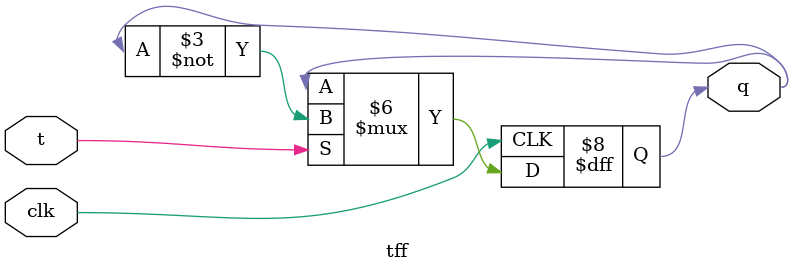
<source format=v>
module tff(clk,t,q);

input clk,t;
output reg q;
initial begin
	q=0;
end
always @(posedge clk) begin
	if(t==1)
		q<=~q;
	else
		q<=q;
end
endmodule
</source>
